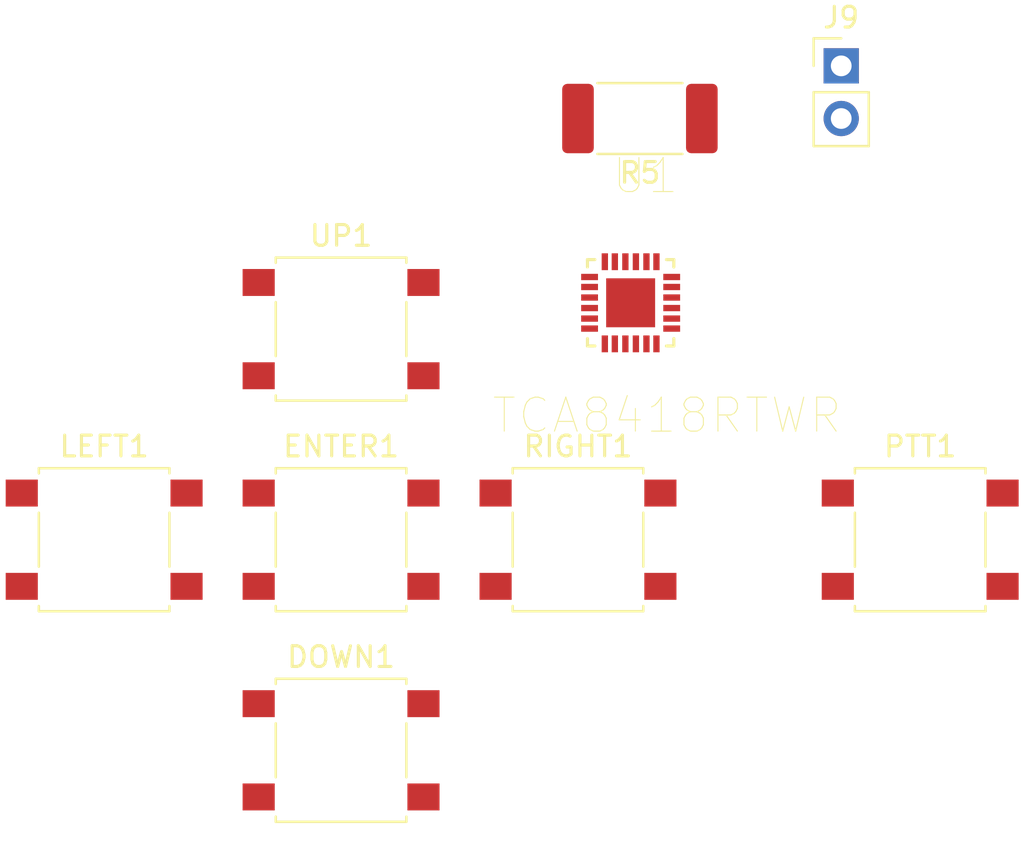
<source format=kicad_pcb>
(kicad_pcb (version 20171130) (host pcbnew "(5.1.2)-1")

  (general
    (thickness 1.6)
    (drawings 0)
    (tracks 0)
    (zones 0)
    (modules 9)
    (nets 27)
  )

  (page A4)
  (layers
    (0 F.Cu signal)
    (31 B.Cu signal)
    (32 B.Adhes user)
    (33 F.Adhes user)
    (34 B.Paste user)
    (35 F.Paste user)
    (36 B.SilkS user)
    (37 F.SilkS user)
    (38 B.Mask user)
    (39 F.Mask user)
    (40 Dwgs.User user)
    (41 Cmts.User user)
    (42 Eco1.User user)
    (43 Eco2.User user)
    (44 Edge.Cuts user)
    (45 Margin user)
    (46 B.CrtYd user)
    (47 F.CrtYd user)
    (48 B.Fab user)
    (49 F.Fab user)
  )

  (setup
    (last_trace_width 0.25)
    (trace_clearance 0.2)
    (zone_clearance 0.508)
    (zone_45_only no)
    (trace_min 0.2)
    (via_size 0.8)
    (via_drill 0.4)
    (via_min_size 0.4)
    (via_min_drill 0.3)
    (uvia_size 0.3)
    (uvia_drill 0.1)
    (uvias_allowed no)
    (uvia_min_size 0.2)
    (uvia_min_drill 0.1)
    (edge_width 0.05)
    (segment_width 0.2)
    (pcb_text_width 0.3)
    (pcb_text_size 1.5 1.5)
    (mod_edge_width 0.12)
    (mod_text_size 1 1)
    (mod_text_width 0.15)
    (pad_size 1.524 1.524)
    (pad_drill 0.762)
    (pad_to_mask_clearance 0.051)
    (solder_mask_min_width 0.25)
    (aux_axis_origin 0 0)
    (visible_elements FFFFFF7F)
    (pcbplotparams
      (layerselection 0x010fc_ffffffff)
      (usegerberextensions false)
      (usegerberattributes false)
      (usegerberadvancedattributes false)
      (creategerberjobfile false)
      (excludeedgelayer true)
      (linewidth 0.100000)
      (plotframeref false)
      (viasonmask false)
      (mode 1)
      (useauxorigin false)
      (hpglpennumber 1)
      (hpglpenspeed 20)
      (hpglpendiameter 15.000000)
      (psnegative false)
      (psa4output false)
      (plotreference true)
      (plotvalue true)
      (plotinvisibletext false)
      (padsonsilk false)
      (subtractmaskfromsilk false)
      (outputformat 1)
      (mirror false)
      (drillshape 1)
      (scaleselection 1)
      (outputdirectory ""))
  )

  (net 0 "")
  (net 1 /COL1)
  (net 2 /ROW2)
  (net 3 /ROW1)
  (net 4 "Net-(J9-Pad2)")
  (net 5 +3V3)
  (net 6 /COL0)
  (net 7 /COL9)
  (net 8 /ROW7)
  (net 9 "Net-(R5-Pad2)")
  (net 10 /COL2)
  (net 11 /ROW0)
  (net 12 "Net-(U1-Pad25)")
  (net 13 SCL|CAN2_TX|TIM4_CH1)
  (net 14 SDA|TIM4_CH2)
  (net 15 RST)
  (net 16 Earth)
  (net 17 "Net-(U1-Pad17)")
  (net 18 "Net-(U1-Pad16)")
  (net 19 "Net-(U1-Pad15)")
  (net 20 "Net-(U1-Pad14)")
  (net 21 "Net-(U1-Pad13)")
  (net 22 "Net-(U1-Pad12)")
  (net 23 "Net-(U1-Pad5)")
  (net 24 "Net-(U1-Pad4)")
  (net 25 "Net-(U1-Pad3)")
  (net 26 "Net-(U1-Pad2)")

  (net_class Default "This is the default net class."
    (clearance 0.2)
    (trace_width 0.25)
    (via_dia 0.8)
    (via_drill 0.4)
    (uvia_dia 0.3)
    (uvia_drill 0.1)
    (add_net +3V3)
    (add_net /COL0)
    (add_net /COL1)
    (add_net /COL2)
    (add_net /COL9)
    (add_net /ROW0)
    (add_net /ROW1)
    (add_net /ROW2)
    (add_net /ROW7)
    (add_net Earth)
    (add_net "Net-(J9-Pad2)")
    (add_net "Net-(R5-Pad2)")
    (add_net "Net-(U1-Pad12)")
    (add_net "Net-(U1-Pad13)")
    (add_net "Net-(U1-Pad14)")
    (add_net "Net-(U1-Pad15)")
    (add_net "Net-(U1-Pad16)")
    (add_net "Net-(U1-Pad17)")
    (add_net "Net-(U1-Pad2)")
    (add_net "Net-(U1-Pad25)")
    (add_net "Net-(U1-Pad3)")
    (add_net "Net-(U1-Pad4)")
    (add_net "Net-(U1-Pad5)")
    (add_net RST)
    (add_net SCL|CAN2_TX|TIM4_CH1)
    (add_net SDA|TIM4_CH2)
  )

  (module TCA8418RTWR:QFN50P400X400X80-25N (layer F.Cu) (tedit 0) (tstamp 5D05E4DB)
    (at 149.86 99.06)
    (path /5D178EB2)
    (attr smd)
    (fp_text reference U1 (at 0.71151 -6.12404) (layer F.SilkS)
      (effects (font (size 1.64071 1.64071) (thickness 0.05)))
    )
    (fp_text value TCA8418RTWR (at 1.75264 5.4357) (layer F.SilkS)
      (effects (font (size 1.64003 1.64003) (thickness 0.05)))
    )
    (fp_line (start -2.0828 -2.0828) (end -2.0828 2.0828) (layer Eco2.User) (width 0))
    (fp_line (start 2.0828 -2.0828) (end -2.0828 -2.0828) (layer Eco2.User) (width 0))
    (fp_line (start 2.0828 2.0828) (end 2.0828 -2.0828) (layer Eco2.User) (width 0))
    (fp_line (start -2.0828 2.0828) (end 2.0828 2.0828) (layer Eco2.User) (width 0))
    (fp_line (start 2.0828 -1.0922) (end 2.0828 -1.397) (layer Eco2.User) (width 0))
    (fp_line (start 2.0828 -0.6096) (end 2.0828 -0.889) (layer Eco2.User) (width 0))
    (fp_line (start 2.0828 -0.1016) (end 2.0828 -0.4064) (layer Eco2.User) (width 0))
    (fp_line (start 2.0828 0.4064) (end 2.0828 0.1016) (layer Eco2.User) (width 0))
    (fp_line (start 2.0828 0.889) (end 2.0828 0.6096) (layer Eco2.User) (width 0))
    (fp_line (start 2.0828 1.397) (end 2.0828 1.0922) (layer Eco2.User) (width 0))
    (fp_line (start 1.0922 2.0828) (end 1.397 2.0828) (layer Eco2.User) (width 0))
    (fp_line (start 0.6096 2.0828) (end 0.889 2.0828) (layer Eco2.User) (width 0))
    (fp_line (start 0.1016 2.0828) (end 0.4064 2.0828) (layer Eco2.User) (width 0))
    (fp_line (start -0.4064 2.0828) (end -0.1016 2.0828) (layer Eco2.User) (width 0))
    (fp_line (start -0.889 2.0828) (end -0.6096 2.0828) (layer Eco2.User) (width 0))
    (fp_line (start -1.397 2.0828) (end -1.0922 2.0828) (layer Eco2.User) (width 0))
    (fp_line (start -2.0828 1.0922) (end -2.0828 1.397) (layer Eco2.User) (width 0))
    (fp_line (start -2.0828 0.6096) (end -2.0828 0.889) (layer Eco2.User) (width 0))
    (fp_line (start -2.0828 0.1016) (end -2.0828 0.4064) (layer Eco2.User) (width 0))
    (fp_line (start -2.0828 -0.4064) (end -2.0828 -0.1016) (layer Eco2.User) (width 0))
    (fp_line (start -2.0828 -0.889) (end -2.0828 -0.6096) (layer Eco2.User) (width 0))
    (fp_line (start -2.0828 -1.397) (end -2.0828 -1.0922) (layer Eco2.User) (width 0))
    (fp_line (start -1.0922 -2.0828) (end -1.397 -2.0828) (layer Eco2.User) (width 0))
    (fp_line (start -0.6096 -2.0828) (end -0.889 -2.0828) (layer Eco2.User) (width 0))
    (fp_line (start -0.1016 -2.0828) (end -0.4064 -2.0828) (layer Eco2.User) (width 0))
    (fp_line (start 0.4064 -2.0828) (end 0.1016 -2.0828) (layer Eco2.User) (width 0))
    (fp_line (start 0.889 -2.0828) (end 0.6096 -2.0828) (layer Eco2.User) (width 0))
    (fp_line (start 1.397 -2.0828) (end 1.0922 -2.0828) (layer Eco2.User) (width 0))
    (fp_line (start -2.0828 -0.8128) (end -0.8128 -2.0828) (layer Eco2.User) (width 0))
    (fp_line (start -2.0828 1.7272) (end -2.0828 2.0828) (layer F.SilkS) (width 0.1524))
    (fp_line (start -2.0828 -2.0828) (end -2.0828 -1.7272) (layer F.SilkS) (width 0.1524))
    (fp_line (start 2.0828 -2.0828) (end 1.7272 -2.0828) (layer F.SilkS) (width 0.1524))
    (fp_line (start 2.0828 2.0828) (end 2.0828 1.7272) (layer F.SilkS) (width 0.1524))
    (fp_line (start -2.0828 2.0828) (end -1.7272 2.0828) (layer F.SilkS) (width 0.1524))
    (fp_line (start -1.7272 -2.0828) (end -2.0828 -2.0828) (layer F.SilkS) (width 0.1524))
    (fp_line (start 1.7272 2.0828) (end 2.0828 2.0828) (layer F.SilkS) (width 0.1524))
    (fp_line (start 2.0828 -1.7272) (end 2.0828 -2.0828) (layer F.SilkS) (width 0.1524))
    (pad 25 smd rect (at 0 0) (size 2.3622 2.3622) (layers F.Cu F.Paste F.Mask)
      (net 12 "Net-(U1-Pad25)"))
    (pad 24 smd rect (at -1.2446 -1.9812 180) (size 0.3048 0.8128) (layers F.Cu F.Paste F.Mask)
      (net 9 "Net-(R5-Pad2)"))
    (pad 23 smd rect (at -0.762 -1.9812 180) (size 0.3048 0.8128) (layers F.Cu F.Paste F.Mask)
      (net 13 SCL|CAN2_TX|TIM4_CH1))
    (pad 22 smd rect (at -0.254 -1.9812 180) (size 0.3048 0.8128) (layers F.Cu F.Paste F.Mask)
      (net 14 SDA|TIM4_CH2))
    (pad 21 smd rect (at 0.254 -1.9812 180) (size 0.3048 0.8128) (layers F.Cu F.Paste F.Mask)
      (net 4 "Net-(J9-Pad2)"))
    (pad 20 smd rect (at 0.762 -1.9812 180) (size 0.3048 0.8128) (layers F.Cu F.Paste F.Mask)
      (net 15 RST))
    (pad 19 smd rect (at 1.2446 -1.9812 180) (size 0.3048 0.8128) (layers F.Cu F.Paste F.Mask)
      (net 16 Earth))
    (pad 18 smd rect (at 1.9812 -1.2446 270) (size 0.3048 0.8128) (layers F.Cu F.Paste F.Mask)
      (net 7 /COL9))
    (pad 17 smd rect (at 1.9812 -0.762 270) (size 0.3048 0.8128) (layers F.Cu F.Paste F.Mask)
      (net 17 "Net-(U1-Pad17)"))
    (pad 16 smd rect (at 1.9812 -0.254 270) (size 0.3048 0.8128) (layers F.Cu F.Paste F.Mask)
      (net 18 "Net-(U1-Pad16)"))
    (pad 15 smd rect (at 1.9812 0.254 270) (size 0.3048 0.8128) (layers F.Cu F.Paste F.Mask)
      (net 19 "Net-(U1-Pad15)"))
    (pad 14 smd rect (at 1.9812 0.762 270) (size 0.3048 0.8128) (layers F.Cu F.Paste F.Mask)
      (net 20 "Net-(U1-Pad14)"))
    (pad 13 smd rect (at 1.9812 1.2446 270) (size 0.3048 0.8128) (layers F.Cu F.Paste F.Mask)
      (net 21 "Net-(U1-Pad13)"))
    (pad 12 smd rect (at 1.2446 1.9812 180) (size 0.3048 0.8128) (layers F.Cu F.Paste F.Mask)
      (net 22 "Net-(U1-Pad12)"))
    (pad 11 smd rect (at 0.762 1.9812 180) (size 0.3048 0.8128) (layers F.Cu F.Paste F.Mask)
      (net 10 /COL2))
    (pad 10 smd rect (at 0.254 1.9812 180) (size 0.3048 0.8128) (layers F.Cu F.Paste F.Mask)
      (net 1 /COL1))
    (pad 9 smd rect (at -0.254 1.9812 180) (size 0.3048 0.8128) (layers F.Cu F.Paste F.Mask)
      (net 6 /COL0))
    (pad 8 smd rect (at -0.762 1.9812 180) (size 0.3048 0.8128) (layers F.Cu F.Paste F.Mask)
      (net 11 /ROW0))
    (pad 7 smd rect (at -1.2446 1.9812 180) (size 0.3048 0.8128) (layers F.Cu F.Paste F.Mask)
      (net 3 /ROW1))
    (pad 6 smd rect (at -1.9812 1.2446 270) (size 0.3048 0.8128) (layers F.Cu F.Paste F.Mask)
      (net 2 /ROW2))
    (pad 5 smd rect (at -1.9812 0.762 270) (size 0.3048 0.8128) (layers F.Cu F.Paste F.Mask)
      (net 23 "Net-(U1-Pad5)"))
    (pad 4 smd rect (at -1.9812 0.254 270) (size 0.3048 0.8128) (layers F.Cu F.Paste F.Mask)
      (net 24 "Net-(U1-Pad4)"))
    (pad 3 smd rect (at -1.9812 -0.254 270) (size 0.3048 0.8128) (layers F.Cu F.Paste F.Mask)
      (net 25 "Net-(U1-Pad3)"))
    (pad 2 smd rect (at -1.9812 -0.762 270) (size 0.3048 0.8128) (layers F.Cu F.Paste F.Mask)
      (net 26 "Net-(U1-Pad2)"))
    (pad 1 smd rect (at -1.9812 -1.2446 270) (size 0.3048 0.8128) (layers F.Cu F.Paste F.Mask)
      (net 8 /ROW7))
  )

  (module Button_Switch_SMD:SW_SPST_B3S-1000 (layer F.Cu) (tedit 5A02FC95) (tstamp 5D05DCBB)
    (at 135.89 100.33)
    (descr "Surface Mount Tactile Switch for High-Density Packaging")
    (tags "Tactile Switch")
    (path /5D17C122)
    (attr smd)
    (fp_text reference UP1 (at 0 -4.5) (layer F.SilkS)
      (effects (font (size 1 1) (thickness 0.15)))
    )
    (fp_text value SW_Push (at 0 4.5) (layer F.Fab)
      (effects (font (size 1 1) (thickness 0.15)))
    )
    (fp_line (start -3 3.3) (end -3 -3.3) (layer F.Fab) (width 0.1))
    (fp_line (start 3 3.3) (end -3 3.3) (layer F.Fab) (width 0.1))
    (fp_line (start 3 -3.3) (end 3 3.3) (layer F.Fab) (width 0.1))
    (fp_line (start -3 -3.3) (end 3 -3.3) (layer F.Fab) (width 0.1))
    (fp_circle (center 0 0) (end 1.65 0) (layer F.Fab) (width 0.1))
    (fp_line (start 3.15 -1.3) (end 3.15 1.3) (layer F.SilkS) (width 0.12))
    (fp_line (start -3.15 3.45) (end -3.15 3.2) (layer F.SilkS) (width 0.12))
    (fp_line (start 3.15 3.45) (end -3.15 3.45) (layer F.SilkS) (width 0.12))
    (fp_line (start 3.15 3.2) (end 3.15 3.45) (layer F.SilkS) (width 0.12))
    (fp_line (start -3.15 1.3) (end -3.15 -1.3) (layer F.SilkS) (width 0.12))
    (fp_line (start 3.15 -3.45) (end 3.15 -3.2) (layer F.SilkS) (width 0.12))
    (fp_line (start -3.15 -3.45) (end 3.15 -3.45) (layer F.SilkS) (width 0.12))
    (fp_line (start -3.15 -3.2) (end -3.15 -3.45) (layer F.SilkS) (width 0.12))
    (fp_line (start -5 -3.7) (end -5 3.7) (layer F.CrtYd) (width 0.05))
    (fp_line (start 5 -3.7) (end -5 -3.7) (layer F.CrtYd) (width 0.05))
    (fp_line (start 5 3.7) (end 5 -3.7) (layer F.CrtYd) (width 0.05))
    (fp_line (start -5 3.7) (end 5 3.7) (layer F.CrtYd) (width 0.05))
    (fp_text user %R (at 0 -4.5) (layer F.Fab)
      (effects (font (size 1 1) (thickness 0.15)))
    )
    (pad 2 smd rect (at 3.975 2.25) (size 1.55 1.3) (layers F.Cu F.Paste F.Mask)
      (net 1 /COL1))
    (pad 2 smd rect (at -3.975 2.25) (size 1.55 1.3) (layers F.Cu F.Paste F.Mask)
      (net 1 /COL1))
    (pad 1 smd rect (at 3.975 -2.25) (size 1.55 1.3) (layers F.Cu F.Paste F.Mask)
      (net 11 /ROW0))
    (pad 1 smd rect (at -3.975 -2.25) (size 1.55 1.3) (layers F.Cu F.Paste F.Mask)
      (net 11 /ROW0))
    (model ${KISYS3DMOD}/Button_Switch_SMD.3dshapes/SW_SPST_B3S-1000.wrl
      (at (xyz 0 0 0))
      (scale (xyz 1 1 1))
      (rotate (xyz 0 0 0))
    )
  )

  (module Button_Switch_SMD:SW_SPST_B3S-1000 (layer F.Cu) (tedit 5A02FC95) (tstamp 5D05DCA1)
    (at 147.32 110.49)
    (descr "Surface Mount Tactile Switch for High-Density Packaging")
    (tags "Tactile Switch")
    (path /5D17DC10)
    (attr smd)
    (fp_text reference RIGHT1 (at 0 -4.5) (layer F.SilkS)
      (effects (font (size 1 1) (thickness 0.15)))
    )
    (fp_text value SW_Push (at 0 4.5) (layer F.Fab)
      (effects (font (size 1 1) (thickness 0.15)))
    )
    (fp_line (start -3 3.3) (end -3 -3.3) (layer F.Fab) (width 0.1))
    (fp_line (start 3 3.3) (end -3 3.3) (layer F.Fab) (width 0.1))
    (fp_line (start 3 -3.3) (end 3 3.3) (layer F.Fab) (width 0.1))
    (fp_line (start -3 -3.3) (end 3 -3.3) (layer F.Fab) (width 0.1))
    (fp_circle (center 0 0) (end 1.65 0) (layer F.Fab) (width 0.1))
    (fp_line (start 3.15 -1.3) (end 3.15 1.3) (layer F.SilkS) (width 0.12))
    (fp_line (start -3.15 3.45) (end -3.15 3.2) (layer F.SilkS) (width 0.12))
    (fp_line (start 3.15 3.45) (end -3.15 3.45) (layer F.SilkS) (width 0.12))
    (fp_line (start 3.15 3.2) (end 3.15 3.45) (layer F.SilkS) (width 0.12))
    (fp_line (start -3.15 1.3) (end -3.15 -1.3) (layer F.SilkS) (width 0.12))
    (fp_line (start 3.15 -3.45) (end 3.15 -3.2) (layer F.SilkS) (width 0.12))
    (fp_line (start -3.15 -3.45) (end 3.15 -3.45) (layer F.SilkS) (width 0.12))
    (fp_line (start -3.15 -3.2) (end -3.15 -3.45) (layer F.SilkS) (width 0.12))
    (fp_line (start -5 -3.7) (end -5 3.7) (layer F.CrtYd) (width 0.05))
    (fp_line (start 5 -3.7) (end -5 -3.7) (layer F.CrtYd) (width 0.05))
    (fp_line (start 5 3.7) (end 5 -3.7) (layer F.CrtYd) (width 0.05))
    (fp_line (start -5 3.7) (end 5 3.7) (layer F.CrtYd) (width 0.05))
    (fp_text user %R (at 0 -4.5) (layer F.Fab)
      (effects (font (size 1 1) (thickness 0.15)))
    )
    (pad 2 smd rect (at 3.975 2.25) (size 1.55 1.3) (layers F.Cu F.Paste F.Mask)
      (net 10 /COL2))
    (pad 2 smd rect (at -3.975 2.25) (size 1.55 1.3) (layers F.Cu F.Paste F.Mask)
      (net 10 /COL2))
    (pad 1 smd rect (at 3.975 -2.25) (size 1.55 1.3) (layers F.Cu F.Paste F.Mask)
      (net 3 /ROW1))
    (pad 1 smd rect (at -3.975 -2.25) (size 1.55 1.3) (layers F.Cu F.Paste F.Mask)
      (net 3 /ROW1))
    (model ${KISYS3DMOD}/Button_Switch_SMD.3dshapes/SW_SPST_B3S-1000.wrl
      (at (xyz 0 0 0))
      (scale (xyz 1 1 1))
      (rotate (xyz 0 0 0))
    )
  )

  (module Resistor_SMD:R_2512_6332Metric_Pad1.52x3.35mm_HandSolder (layer F.Cu) (tedit 5B301BBD) (tstamp 5D05DC87)
    (at 150.3075 90.17 180)
    (descr "Resistor SMD 2512 (6332 Metric), square (rectangular) end terminal, IPC_7351 nominal with elongated pad for handsoldering. (Body size source: http://www.tortai-tech.com/upload/download/2011102023233369053.pdf), generated with kicad-footprint-generator")
    (tags "resistor handsolder")
    (path /5D18A15D)
    (attr smd)
    (fp_text reference R5 (at 0 -2.62) (layer F.SilkS)
      (effects (font (size 1 1) (thickness 0.15)))
    )
    (fp_text value R_Small_US (at 0 2.62) (layer F.Fab)
      (effects (font (size 1 1) (thickness 0.15)))
    )
    (fp_text user %R (at 0 0) (layer F.Fab)
      (effects (font (size 1 1) (thickness 0.15)))
    )
    (fp_line (start 4 1.92) (end -4 1.92) (layer F.CrtYd) (width 0.05))
    (fp_line (start 4 -1.92) (end 4 1.92) (layer F.CrtYd) (width 0.05))
    (fp_line (start -4 -1.92) (end 4 -1.92) (layer F.CrtYd) (width 0.05))
    (fp_line (start -4 1.92) (end -4 -1.92) (layer F.CrtYd) (width 0.05))
    (fp_line (start -2.052064 1.71) (end 2.052064 1.71) (layer F.SilkS) (width 0.12))
    (fp_line (start -2.052064 -1.71) (end 2.052064 -1.71) (layer F.SilkS) (width 0.12))
    (fp_line (start 3.15 1.6) (end -3.15 1.6) (layer F.Fab) (width 0.1))
    (fp_line (start 3.15 -1.6) (end 3.15 1.6) (layer F.Fab) (width 0.1))
    (fp_line (start -3.15 -1.6) (end 3.15 -1.6) (layer F.Fab) (width 0.1))
    (fp_line (start -3.15 1.6) (end -3.15 -1.6) (layer F.Fab) (width 0.1))
    (pad 2 smd roundrect (at 2.9875 0 180) (size 1.525 3.35) (layers F.Cu F.Paste F.Mask) (roundrect_rratio 0.163934)
      (net 9 "Net-(R5-Pad2)"))
    (pad 1 smd roundrect (at -2.9875 0 180) (size 1.525 3.35) (layers F.Cu F.Paste F.Mask) (roundrect_rratio 0.163934)
      (net 4 "Net-(J9-Pad2)"))
    (model ${KISYS3DMOD}/Resistor_SMD.3dshapes/R_2512_6332Metric.wrl
      (at (xyz 0 0 0))
      (scale (xyz 1 1 1))
      (rotate (xyz 0 0 0))
    )
  )

  (module Button_Switch_SMD:SW_SPST_B3S-1000 (layer F.Cu) (tedit 5A02FC95) (tstamp 5D05DC76)
    (at 163.83 110.49)
    (descr "Surface Mount Tactile Switch for High-Density Packaging")
    (tags "Tactile Switch")
    (path /5D18E70F)
    (attr smd)
    (fp_text reference PTT1 (at 0 -4.5) (layer F.SilkS)
      (effects (font (size 1 1) (thickness 0.15)))
    )
    (fp_text value SW_Push (at 0 4.5) (layer F.Fab)
      (effects (font (size 1 1) (thickness 0.15)))
    )
    (fp_line (start -3 3.3) (end -3 -3.3) (layer F.Fab) (width 0.1))
    (fp_line (start 3 3.3) (end -3 3.3) (layer F.Fab) (width 0.1))
    (fp_line (start 3 -3.3) (end 3 3.3) (layer F.Fab) (width 0.1))
    (fp_line (start -3 -3.3) (end 3 -3.3) (layer F.Fab) (width 0.1))
    (fp_circle (center 0 0) (end 1.65 0) (layer F.Fab) (width 0.1))
    (fp_line (start 3.15 -1.3) (end 3.15 1.3) (layer F.SilkS) (width 0.12))
    (fp_line (start -3.15 3.45) (end -3.15 3.2) (layer F.SilkS) (width 0.12))
    (fp_line (start 3.15 3.45) (end -3.15 3.45) (layer F.SilkS) (width 0.12))
    (fp_line (start 3.15 3.2) (end 3.15 3.45) (layer F.SilkS) (width 0.12))
    (fp_line (start -3.15 1.3) (end -3.15 -1.3) (layer F.SilkS) (width 0.12))
    (fp_line (start 3.15 -3.45) (end 3.15 -3.2) (layer F.SilkS) (width 0.12))
    (fp_line (start -3.15 -3.45) (end 3.15 -3.45) (layer F.SilkS) (width 0.12))
    (fp_line (start -3.15 -3.2) (end -3.15 -3.45) (layer F.SilkS) (width 0.12))
    (fp_line (start -5 -3.7) (end -5 3.7) (layer F.CrtYd) (width 0.05))
    (fp_line (start 5 -3.7) (end -5 -3.7) (layer F.CrtYd) (width 0.05))
    (fp_line (start 5 3.7) (end 5 -3.7) (layer F.CrtYd) (width 0.05))
    (fp_line (start -5 3.7) (end 5 3.7) (layer F.CrtYd) (width 0.05))
    (fp_text user %R (at 0 -4.5) (layer F.Fab)
      (effects (font (size 1 1) (thickness 0.15)))
    )
    (pad 2 smd rect (at 3.975 2.25) (size 1.55 1.3) (layers F.Cu F.Paste F.Mask)
      (net 7 /COL9))
    (pad 2 smd rect (at -3.975 2.25) (size 1.55 1.3) (layers F.Cu F.Paste F.Mask)
      (net 7 /COL9))
    (pad 1 smd rect (at 3.975 -2.25) (size 1.55 1.3) (layers F.Cu F.Paste F.Mask)
      (net 8 /ROW7))
    (pad 1 smd rect (at -3.975 -2.25) (size 1.55 1.3) (layers F.Cu F.Paste F.Mask)
      (net 8 /ROW7))
    (model ${KISYS3DMOD}/Button_Switch_SMD.3dshapes/SW_SPST_B3S-1000.wrl
      (at (xyz 0 0 0))
      (scale (xyz 1 1 1))
      (rotate (xyz 0 0 0))
    )
  )

  (module Button_Switch_SMD:SW_SPST_B3S-1000 (layer F.Cu) (tedit 5A02FC95) (tstamp 5D05DC5C)
    (at 124.46 110.49)
    (descr "Surface Mount Tactile Switch for High-Density Packaging")
    (tags "Tactile Switch")
    (path /5D17D4DE)
    (attr smd)
    (fp_text reference LEFT1 (at 0 -4.5) (layer F.SilkS)
      (effects (font (size 1 1) (thickness 0.15)))
    )
    (fp_text value SW_Push (at 0 4.5) (layer F.Fab)
      (effects (font (size 1 1) (thickness 0.15)))
    )
    (fp_line (start -3 3.3) (end -3 -3.3) (layer F.Fab) (width 0.1))
    (fp_line (start 3 3.3) (end -3 3.3) (layer F.Fab) (width 0.1))
    (fp_line (start 3 -3.3) (end 3 3.3) (layer F.Fab) (width 0.1))
    (fp_line (start -3 -3.3) (end 3 -3.3) (layer F.Fab) (width 0.1))
    (fp_circle (center 0 0) (end 1.65 0) (layer F.Fab) (width 0.1))
    (fp_line (start 3.15 -1.3) (end 3.15 1.3) (layer F.SilkS) (width 0.12))
    (fp_line (start -3.15 3.45) (end -3.15 3.2) (layer F.SilkS) (width 0.12))
    (fp_line (start 3.15 3.45) (end -3.15 3.45) (layer F.SilkS) (width 0.12))
    (fp_line (start 3.15 3.2) (end 3.15 3.45) (layer F.SilkS) (width 0.12))
    (fp_line (start -3.15 1.3) (end -3.15 -1.3) (layer F.SilkS) (width 0.12))
    (fp_line (start 3.15 -3.45) (end 3.15 -3.2) (layer F.SilkS) (width 0.12))
    (fp_line (start -3.15 -3.45) (end 3.15 -3.45) (layer F.SilkS) (width 0.12))
    (fp_line (start -3.15 -3.2) (end -3.15 -3.45) (layer F.SilkS) (width 0.12))
    (fp_line (start -5 -3.7) (end -5 3.7) (layer F.CrtYd) (width 0.05))
    (fp_line (start 5 -3.7) (end -5 -3.7) (layer F.CrtYd) (width 0.05))
    (fp_line (start 5 3.7) (end 5 -3.7) (layer F.CrtYd) (width 0.05))
    (fp_line (start -5 3.7) (end 5 3.7) (layer F.CrtYd) (width 0.05))
    (fp_text user %R (at 0 -4.5) (layer F.Fab)
      (effects (font (size 1 1) (thickness 0.15)))
    )
    (pad 2 smd rect (at 3.975 2.25) (size 1.55 1.3) (layers F.Cu F.Paste F.Mask)
      (net 6 /COL0))
    (pad 2 smd rect (at -3.975 2.25) (size 1.55 1.3) (layers F.Cu F.Paste F.Mask)
      (net 6 /COL0))
    (pad 1 smd rect (at 3.975 -2.25) (size 1.55 1.3) (layers F.Cu F.Paste F.Mask)
      (net 3 /ROW1))
    (pad 1 smd rect (at -3.975 -2.25) (size 1.55 1.3) (layers F.Cu F.Paste F.Mask)
      (net 3 /ROW1))
    (model ${KISYS3DMOD}/Button_Switch_SMD.3dshapes/SW_SPST_B3S-1000.wrl
      (at (xyz 0 0 0))
      (scale (xyz 1 1 1))
      (rotate (xyz 0 0 0))
    )
  )

  (module Connector_PinHeader_2.54mm:PinHeader_1x02_P2.54mm_Vertical (layer F.Cu) (tedit 59FED5CC) (tstamp 5D05DC42)
    (at 160.02 87.63)
    (descr "Through hole straight pin header, 1x02, 2.54mm pitch, single row")
    (tags "Through hole pin header THT 1x02 2.54mm single row")
    (path /5D205776)
    (fp_text reference J9 (at 0 -2.33) (layer F.SilkS)
      (effects (font (size 1 1) (thickness 0.15)))
    )
    (fp_text value Conn_01x02 (at 0 4.87) (layer F.Fab)
      (effects (font (size 1 1) (thickness 0.15)))
    )
    (fp_text user %R (at 0 1.27 90) (layer F.Fab)
      (effects (font (size 1 1) (thickness 0.15)))
    )
    (fp_line (start 1.8 -1.8) (end -1.8 -1.8) (layer F.CrtYd) (width 0.05))
    (fp_line (start 1.8 4.35) (end 1.8 -1.8) (layer F.CrtYd) (width 0.05))
    (fp_line (start -1.8 4.35) (end 1.8 4.35) (layer F.CrtYd) (width 0.05))
    (fp_line (start -1.8 -1.8) (end -1.8 4.35) (layer F.CrtYd) (width 0.05))
    (fp_line (start -1.33 -1.33) (end 0 -1.33) (layer F.SilkS) (width 0.12))
    (fp_line (start -1.33 0) (end -1.33 -1.33) (layer F.SilkS) (width 0.12))
    (fp_line (start -1.33 1.27) (end 1.33 1.27) (layer F.SilkS) (width 0.12))
    (fp_line (start 1.33 1.27) (end 1.33 3.87) (layer F.SilkS) (width 0.12))
    (fp_line (start -1.33 1.27) (end -1.33 3.87) (layer F.SilkS) (width 0.12))
    (fp_line (start -1.33 3.87) (end 1.33 3.87) (layer F.SilkS) (width 0.12))
    (fp_line (start -1.27 -0.635) (end -0.635 -1.27) (layer F.Fab) (width 0.1))
    (fp_line (start -1.27 3.81) (end -1.27 -0.635) (layer F.Fab) (width 0.1))
    (fp_line (start 1.27 3.81) (end -1.27 3.81) (layer F.Fab) (width 0.1))
    (fp_line (start 1.27 -1.27) (end 1.27 3.81) (layer F.Fab) (width 0.1))
    (fp_line (start -0.635 -1.27) (end 1.27 -1.27) (layer F.Fab) (width 0.1))
    (pad 2 thru_hole oval (at 0 2.54) (size 1.7 1.7) (drill 1) (layers *.Cu *.Mask)
      (net 4 "Net-(J9-Pad2)"))
    (pad 1 thru_hole rect (at 0 0) (size 1.7 1.7) (drill 1) (layers *.Cu *.Mask)
      (net 5 +3V3))
    (model ${KISYS3DMOD}/Connector_PinHeader_2.54mm.3dshapes/PinHeader_1x02_P2.54mm_Vertical.wrl
      (at (xyz 0 0 0))
      (scale (xyz 1 1 1))
      (rotate (xyz 0 0 0))
    )
  )

  (module Button_Switch_SMD:SW_SPST_B3S-1000 (layer F.Cu) (tedit 5A02FC95) (tstamp 5D05DC2C)
    (at 135.89 110.49)
    (descr "Surface Mount Tactile Switch for High-Density Packaging")
    (tags "Tactile Switch")
    (path /5D17D061)
    (attr smd)
    (fp_text reference ENTER1 (at 0 -4.5) (layer F.SilkS)
      (effects (font (size 1 1) (thickness 0.15)))
    )
    (fp_text value SW_Push (at 0 4.5) (layer F.Fab)
      (effects (font (size 1 1) (thickness 0.15)))
    )
    (fp_line (start -3 3.3) (end -3 -3.3) (layer F.Fab) (width 0.1))
    (fp_line (start 3 3.3) (end -3 3.3) (layer F.Fab) (width 0.1))
    (fp_line (start 3 -3.3) (end 3 3.3) (layer F.Fab) (width 0.1))
    (fp_line (start -3 -3.3) (end 3 -3.3) (layer F.Fab) (width 0.1))
    (fp_circle (center 0 0) (end 1.65 0) (layer F.Fab) (width 0.1))
    (fp_line (start 3.15 -1.3) (end 3.15 1.3) (layer F.SilkS) (width 0.12))
    (fp_line (start -3.15 3.45) (end -3.15 3.2) (layer F.SilkS) (width 0.12))
    (fp_line (start 3.15 3.45) (end -3.15 3.45) (layer F.SilkS) (width 0.12))
    (fp_line (start 3.15 3.2) (end 3.15 3.45) (layer F.SilkS) (width 0.12))
    (fp_line (start -3.15 1.3) (end -3.15 -1.3) (layer F.SilkS) (width 0.12))
    (fp_line (start 3.15 -3.45) (end 3.15 -3.2) (layer F.SilkS) (width 0.12))
    (fp_line (start -3.15 -3.45) (end 3.15 -3.45) (layer F.SilkS) (width 0.12))
    (fp_line (start -3.15 -3.2) (end -3.15 -3.45) (layer F.SilkS) (width 0.12))
    (fp_line (start -5 -3.7) (end -5 3.7) (layer F.CrtYd) (width 0.05))
    (fp_line (start 5 -3.7) (end -5 -3.7) (layer F.CrtYd) (width 0.05))
    (fp_line (start 5 3.7) (end 5 -3.7) (layer F.CrtYd) (width 0.05))
    (fp_line (start -5 3.7) (end 5 3.7) (layer F.CrtYd) (width 0.05))
    (fp_text user %R (at 0 -4.5) (layer F.Fab)
      (effects (font (size 1 1) (thickness 0.15)))
    )
    (pad 2 smd rect (at 3.975 2.25) (size 1.55 1.3) (layers F.Cu F.Paste F.Mask)
      (net 1 /COL1))
    (pad 2 smd rect (at -3.975 2.25) (size 1.55 1.3) (layers F.Cu F.Paste F.Mask)
      (net 1 /COL1))
    (pad 1 smd rect (at 3.975 -2.25) (size 1.55 1.3) (layers F.Cu F.Paste F.Mask)
      (net 3 /ROW1))
    (pad 1 smd rect (at -3.975 -2.25) (size 1.55 1.3) (layers F.Cu F.Paste F.Mask)
      (net 3 /ROW1))
    (model ${KISYS3DMOD}/Button_Switch_SMD.3dshapes/SW_SPST_B3S-1000.wrl
      (at (xyz 0 0 0))
      (scale (xyz 1 1 1))
      (rotate (xyz 0 0 0))
    )
  )

  (module Button_Switch_SMD:SW_SPST_B3S-1000 (layer F.Cu) (tedit 5A02FC95) (tstamp 5D05DC12)
    (at 135.89 120.65)
    (descr "Surface Mount Tactile Switch for High-Density Packaging")
    (tags "Tactile Switch")
    (path /5D17D8E5)
    (attr smd)
    (fp_text reference DOWN1 (at 0 -4.5) (layer F.SilkS)
      (effects (font (size 1 1) (thickness 0.15)))
    )
    (fp_text value SW_Push (at 0 4.5) (layer F.Fab)
      (effects (font (size 1 1) (thickness 0.15)))
    )
    (fp_line (start -3 3.3) (end -3 -3.3) (layer F.Fab) (width 0.1))
    (fp_line (start 3 3.3) (end -3 3.3) (layer F.Fab) (width 0.1))
    (fp_line (start 3 -3.3) (end 3 3.3) (layer F.Fab) (width 0.1))
    (fp_line (start -3 -3.3) (end 3 -3.3) (layer F.Fab) (width 0.1))
    (fp_circle (center 0 0) (end 1.65 0) (layer F.Fab) (width 0.1))
    (fp_line (start 3.15 -1.3) (end 3.15 1.3) (layer F.SilkS) (width 0.12))
    (fp_line (start -3.15 3.45) (end -3.15 3.2) (layer F.SilkS) (width 0.12))
    (fp_line (start 3.15 3.45) (end -3.15 3.45) (layer F.SilkS) (width 0.12))
    (fp_line (start 3.15 3.2) (end 3.15 3.45) (layer F.SilkS) (width 0.12))
    (fp_line (start -3.15 1.3) (end -3.15 -1.3) (layer F.SilkS) (width 0.12))
    (fp_line (start 3.15 -3.45) (end 3.15 -3.2) (layer F.SilkS) (width 0.12))
    (fp_line (start -3.15 -3.45) (end 3.15 -3.45) (layer F.SilkS) (width 0.12))
    (fp_line (start -3.15 -3.2) (end -3.15 -3.45) (layer F.SilkS) (width 0.12))
    (fp_line (start -5 -3.7) (end -5 3.7) (layer F.CrtYd) (width 0.05))
    (fp_line (start 5 -3.7) (end -5 -3.7) (layer F.CrtYd) (width 0.05))
    (fp_line (start 5 3.7) (end 5 -3.7) (layer F.CrtYd) (width 0.05))
    (fp_line (start -5 3.7) (end 5 3.7) (layer F.CrtYd) (width 0.05))
    (fp_text user %R (at 0 -4.5) (layer F.Fab)
      (effects (font (size 1 1) (thickness 0.15)))
    )
    (pad 2 smd rect (at 3.975 2.25) (size 1.55 1.3) (layers F.Cu F.Paste F.Mask)
      (net 1 /COL1))
    (pad 2 smd rect (at -3.975 2.25) (size 1.55 1.3) (layers F.Cu F.Paste F.Mask)
      (net 1 /COL1))
    (pad 1 smd rect (at 3.975 -2.25) (size 1.55 1.3) (layers F.Cu F.Paste F.Mask)
      (net 2 /ROW2))
    (pad 1 smd rect (at -3.975 -2.25) (size 1.55 1.3) (layers F.Cu F.Paste F.Mask)
      (net 2 /ROW2))
    (model ${KISYS3DMOD}/Button_Switch_SMD.3dshapes/SW_SPST_B3S-1000.wrl
      (at (xyz 0 0 0))
      (scale (xyz 1 1 1))
      (rotate (xyz 0 0 0))
    )
  )

)

</source>
